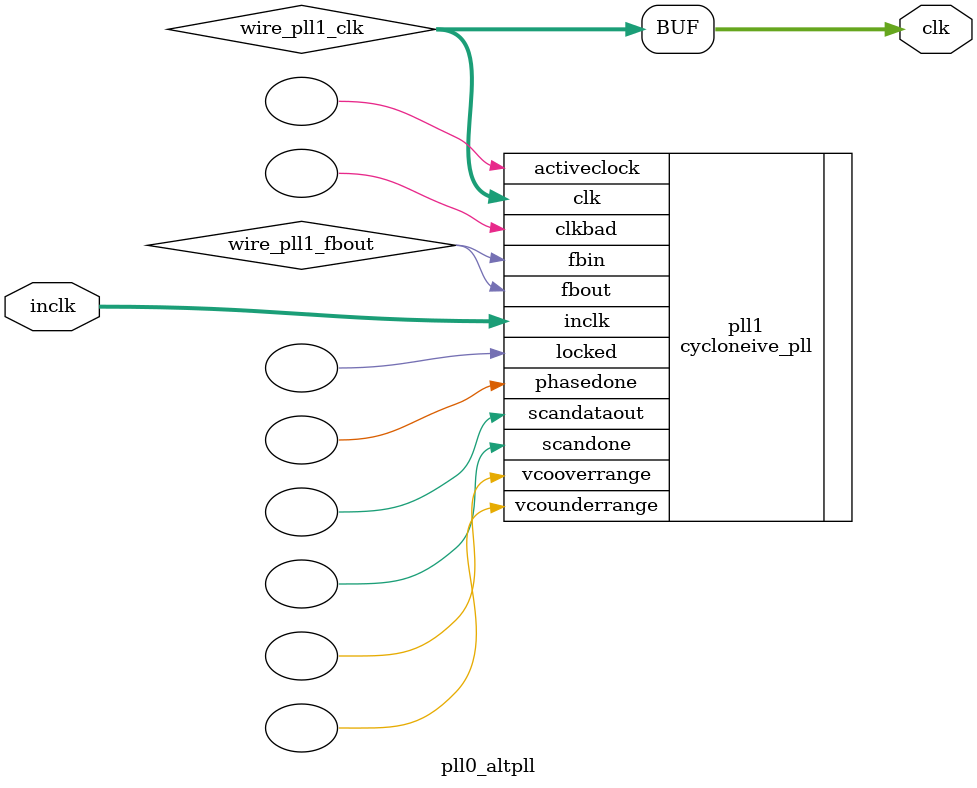
<source format=v>






//synthesis_resources = cycloneive_pll 1 
//synopsys translate_off
`timescale 1 ps / 1 ps
//synopsys translate_on
module  pll0_altpll
	( 
	clk,
	inclk) /* synthesis synthesis_clearbox=1 */;
	output   [4:0]  clk;
	input   [1:0]  inclk;
`ifndef ALTERA_RESERVED_QIS
// synopsys translate_off
`endif
	tri0   [1:0]  inclk;
`ifndef ALTERA_RESERVED_QIS
// synopsys translate_on
`endif

	wire  [4:0]   wire_pll1_clk;
	wire  wire_pll1_fbout;

	cycloneive_pll   pll1
	( 
	.activeclock(),
	.clk(wire_pll1_clk),
	.clkbad(),
	.fbin(wire_pll1_fbout),
	.fbout(wire_pll1_fbout),
	.inclk(inclk),
	.locked(),
	.phasedone(),
	.scandataout(),
	.scandone(),
	.vcooverrange(),
	.vcounderrange()
	`ifndef FORMAL_VERIFICATION
	// synopsys translate_off
	`endif
	,
	.areset(1'b0),
	.clkswitch(1'b0),
	.configupdate(1'b0),
	.pfdena(1'b1),
	.phasecounterselect({3{1'b0}}),
	.phasestep(1'b0),
	.phaseupdown(1'b0),
	.scanclk(1'b0),
	.scanclkena(1'b1),
	.scandata(1'b0)
	`ifndef FORMAL_VERIFICATION
	// synopsys translate_on
	`endif
	);
	defparam
		pll1.bandwidth_type = "auto",
		pll1.clk0_divide_by = 10,
		pll1.clk0_duty_cycle = 50,
		pll1.clk0_multiply_by = 13,
		pll1.clk0_phase_shift = "0",
		pll1.compensate_clock = "clk0",
		pll1.inclk0_input_frequency = 20000,
		pll1.operation_mode = "normal",
		pll1.pll_type = "auto",
		pll1.lpm_type = "cycloneive_pll";
	assign
		clk = {wire_pll1_clk[4:0]};
endmodule //pll0_altpll
//VALID FILE

</source>
